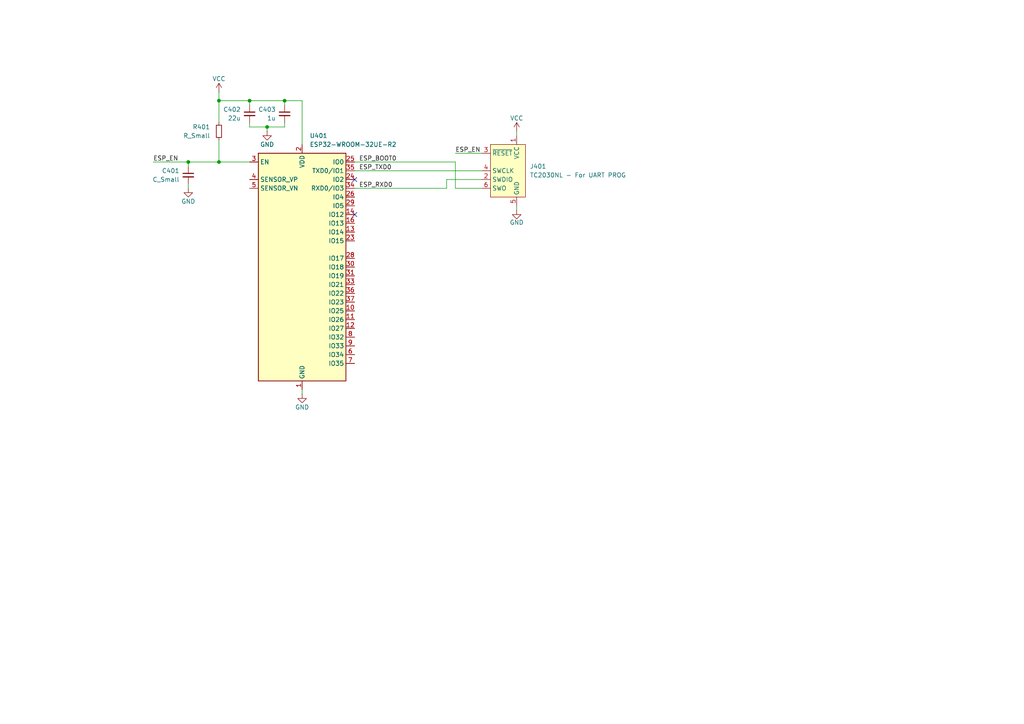
<source format=kicad_sch>
(kicad_sch (version 20231120) (generator "eeschema") (generator_version "8.0")
  (paper "A4")
  (lib_symbols
    (symbol "Connector:Conn_ARM_SWD_TagConnect_TC2030" (in_bom no)
      (property "Reference" "J" (at 2.54 11.43 0))
      (property "Value" "Conn_ARM_SWD_TagConnect_TC2030" (at 5.08 8.89 0))
      (symbol "Conn_ARM_SWD_TagConnect_TC2030_0_0"
        (pin power_in line (at -2.54 10.16 270) (length 2.54) (name "VCC") (number "1"))
        (pin bidirectional line (at 7.62 -2.54 180) (length 2.54) (name "SWDIO") (number "2"))
        (pin open_collector line (at 7.62 5.08 180) (length 2.54) (name "~{RESET}") (number "3"))
        (pin output line (at 7.62 0 180) (length 2.54) (name "SWCLK") (number "4"))
        (pin power_in line (at -2.54 -10.16 90) (length 2.54) (name "GND") (number "5"))
        (pin input line (at 7.62 -5.08 180) (length 2.54) (name "SWO") (number "6"))
      )
      (symbol "Conn_ARM_SWD_TagConnect_TC2030_0_1"
        (rectangle (start -5.08 7.62) (end 5.08 -7.62) (fill (type background)))
      )
    )
    (symbol "Device:C_Small" (pin_numbers hide) (pin_names (offset 0.254) hide)
      (property "Reference" "C" (at 0.254 1.778 0))
      (property "Value" "C_Small" (at 0.254 -2.032 0))
      (symbol "C_Small_0_1"
        (polyline (pts (xy -1.524 -0.508) (xy 1.524 -0.508)) (stroke (width 0.3302)))
        (polyline (pts (xy -1.524 0.508) (xy 1.524 0.508)) (stroke (width 0.3048)))
      )
      (symbol "C_Small_1_1"
        (pin passive line (at 0 2.54 270) (length 2.032) (name "~") (number "1"))
        (pin passive line (at 0 -2.54 90) (length 2.032) (name "~") (number "2"))
      )
    )
    (symbol "Device:R_Small" (pin_numbers hide) (pin_names (offset 0.254) hide)
      (property "Reference" "R" (at 0.762 0.508 0))
      (property "Value" "R_Small" (at 0.762 -1.016 0))
      (symbol "R_Small_0_1"
        (rectangle (start -0.762 1.778) (end 0.762 -1.778) (stroke (width 0.2032)))
      )
      (symbol "R_Small_1_1"
        (pin passive line (at 0 2.54 270) (length 0.762) (name "~") (number "1"))
        (pin passive line (at 0 -2.54 90) (length 0.762) (name "~") (number "2"))
      )
    )
    (symbol "RF_Module:ESP32-WROOM-32UE-R2"
      (property "Reference" "U" (at -12.7 34.29 0))
      (property "Value" "ESP32-WROOM-32UE-R2" (at 1.27 34.29 0))
      (symbol "ESP32-WROOM-32UE-R2_0_1"
        (rectangle (start -12.7 33.02) (end 12.7 -33.02) (stroke (width 0.254)) (fill (type background)))
      )
      (symbol "ESP32-WROOM-32UE-R2_1_1"
        (pin power_in line (at 0 -35.56 90) (length 2.54) (name "GND") (number "1"))
        (pin bidirectional line (at 15.24 -12.7 180) (length 2.54) (name "IO25") (number "10"))
        (pin bidirectional line (at 15.24 -15.24 180) (length 2.54) (name "IO26") (number "11"))
        (pin bidirectional line (at 15.24 -17.78 180) (length 2.54) (name "IO27") (number "12"))
        (pin bidirectional line (at 15.24 10.16 180) (length 2.54) (name "IO14") (number "13"))
        (pin bidirectional line (at 15.24 15.24 180) (length 2.54) (name "IO12") (number "14"))
        (pin passive line (at 0 -35.56 90) (length 2.54) hide (name "GND") (number "15"))
        (pin bidirectional line (at 15.24 12.7 180) (length 2.54) (name "IO13") (number "16"))
        (pin no_connect line (at -12.7 -5.08 0) (length 2.54) hide (name "NC") (number "17"))
        (pin no_connect line (at -12.7 -7.62 0) (length 2.54) hide (name "NC") (number "18"))
        (pin no_connect line (at -12.7 -12.7 0) (length 2.54) hide (name "NC") (number "19"))
        (pin power_in line (at 0 35.56 270) (length 2.54) (name "VDD") (number "2"))
        (pin no_connect line (at -12.7 -10.16 0) (length 2.54) hide (name "NC") (number "20"))
        (pin no_connect line (at -12.7 0 0) (length 2.54) hide (name "NC") (number "21"))
        (pin no_connect line (at -12.7 -2.54 0) (length 2.54) hide (name "NC") (number "22"))
        (pin bidirectional line (at 15.24 7.62 180) (length 2.54) (name "IO15") (number "23"))
        (pin bidirectional line (at 15.24 25.4 180) (length 2.54) (name "IO2") (number "24"))
        (pin bidirectional line (at 15.24 30.48 180) (length 2.54) (name "IO0") (number "25"))
        (pin bidirectional line (at 15.24 20.32 180) (length 2.54) (name "IO4") (number "26"))
        (pin no_connect line (at 12.7 5.08 180) (length 2.54) hide (name "NC") (number "27"))
        (pin bidirectional line (at 15.24 2.54 180) (length 2.54) (name "IO17") (number "28"))
        (pin bidirectional line (at 15.24 17.78 180) (length 2.54) (name "IO5") (number "29"))
        (pin input line (at -15.24 30.48 0) (length 2.54) (name "EN") (number "3"))
        (pin bidirectional line (at 15.24 0 180) (length 2.54) (name "IO18") (number "30"))
        (pin bidirectional line (at 15.24 -2.54 180) (length 2.54) (name "IO19") (number "31"))
        (pin no_connect line (at -12.7 -27.94 0) (length 2.54) hide (name "NC") (number "32"))
        (pin bidirectional line (at 15.24 -5.08 180) (length 2.54) (name "IO21") (number "33"))
        (pin bidirectional line (at 15.24 22.86 180) (length 2.54) (name "RXD0/IO3") (number "34"))
        (pin bidirectional line (at 15.24 27.94 180) (length 2.54) (name "TXD0/IO1") (number "35"))
        (pin bidirectional line (at 15.24 -7.62 180) (length 2.54) (name "IO22") (number "36"))
        (pin bidirectional line (at 15.24 -10.16 180) (length 2.54) (name "IO23") (number "37"))
        (pin passive line (at 0 -35.56 90) (length 2.54) hide (name "GND") (number "38"))
        (pin passive line (at 0 -35.56 90) (length 2.54) hide (name "GND") (number "39"))
        (pin input line (at -15.24 25.4 0) (length 2.54) (name "SENSOR_VP") (number "4"))
        (pin input line (at -15.24 22.86 0) (length 2.54) (name "SENSOR_VN") (number "5"))
        (pin input line (at 15.24 -25.4 180) (length 2.54) (name "IO34") (number "6"))
        (pin input line (at 15.24 -27.94 180) (length 2.54) (name "IO35") (number "7"))
        (pin bidirectional line (at 15.24 -20.32 180) (length 2.54) (name "IO32") (number "8"))
        (pin bidirectional line (at 15.24 -22.86 180) (length 2.54) (name "IO33") (number "9"))
      )
    )
    (symbol "power:GND" (power) (pin_numbers hide) (pin_names (offset 0) hide)
      (property "Value" "GND" (at 0 -3.81 0))
      (symbol "GND_0_1"
        (polyline (pts (xy 0 0) (xy 0 -1.27) (xy 1.27 -1.27) (xy 0 -2.54) (xy -1.27 -1.27) (xy 0 -1.27)))
      )
      (symbol "GND_1_1"
        (pin power_in line (at 0 0 270) (length 0) (name "~") (number "1"))
      )
    )
    (symbol "power:VCC" (power) (pin_numbers hide) (pin_names (offset 0) hide)
      (property "Value" "VCC" (at 0 3.556 0))
      (symbol "VCC_0_1"
        (polyline (pts (xy -0.762 1.27) (xy 0 2.54)))
        (polyline (pts (xy 0 0) (xy 0 2.54)))
        (polyline (pts (xy 0 2.54) (xy 0.762 1.27)))
      )
      (symbol "VCC_1_1"
        (pin power_in line (at 0 0 90) (length 0) (name "~") (number "1"))
      )
    )
  )
  (junction (at 77.47 36.83))
  (junction (at 72.39 29.21))
  (junction (at 54.61 46.99))
  (junction (at 82.55 29.21))
  (junction (at 63.5 29.21))
  (junction (at 63.5 46.99))
  (no_connect (at 102.87 62.23))
  (no_connect (at 102.87 52.07))
  (wire (pts (xy 77.47 36.83) (xy 82.55 36.83)))
  (wire (pts (xy 72.39 35.56) (xy 72.39 36.83)))
  (wire (pts (xy 63.5 40.64) (xy 63.5 46.99)))
  (wire (pts (xy 129.54 54.61) (xy 129.54 52.07)))
  (wire (pts (xy 149.86 38.1) (xy 149.86 39.37)))
  (wire (pts (xy 82.55 29.21) (xy 87.63 29.21)))
  (wire (pts (xy 63.5 46.99) (xy 54.61 46.99)))
  (wire (pts (xy 82.55 36.83) (xy 82.55 35.56)))
  (wire (pts (xy 63.5 46.99) (xy 72.39 46.99)))
  (wire (pts (xy 72.39 29.21) (xy 72.39 30.48)))
  (wire (pts (xy 54.61 53.34) (xy 54.61 54.61)))
  (wire (pts (xy 63.5 29.21) (xy 72.39 29.21)))
  (wire (pts (xy 87.63 29.21) (xy 87.63 41.91)))
  (wire (pts (xy 77.47 36.83) (xy 77.47 38.1)))
  (wire (pts (xy 102.87 54.61) (xy 129.54 54.61)))
  (wire (pts (xy 63.5 29.21) (xy 63.5 35.56)))
  (wire (pts (xy 63.5 26.67) (xy 63.5 29.21)))
  (wire (pts (xy 132.08 44.45) (xy 139.7 44.45)))
  (wire (pts (xy 87.63 113.03) (xy 87.63 114.3)))
  (wire (pts (xy 102.87 49.53) (xy 139.7 49.53)))
  (wire (pts (xy 132.08 54.61) (xy 139.7 54.61)))
  (wire (pts (xy 149.86 60.96) (xy 149.86 59.69)))
  (wire (pts (xy 54.61 46.99) (xy 54.61 48.26)))
  (wire (pts (xy 129.54 52.07) (xy 139.7 52.07)))
  (wire (pts (xy 44.45 46.99) (xy 54.61 46.99)))
  (wire (pts (xy 102.87 46.99) (xy 132.08 46.99)))
  (wire (pts (xy 132.08 46.99) (xy 132.08 54.61)))
  (wire (pts (xy 82.55 29.21) (xy 82.55 30.48)))
  (wire (pts (xy 72.39 29.21) (xy 82.55 29.21)))
  (wire (pts (xy 72.39 36.83) (xy 77.47 36.83)))
  (label "ESP_EN" (at 44.45 46.99 0))
  (label "ESP_BOOT0" (at 104.14 46.99 0))
  (label "ESP_TXD0" (at 104.14 49.53 0))
  (label "ESP_EN" (at 132.08 44.45 0))
  (label "ESP_RXD0" (at 104.14 54.61 0))
  (symbol (lib_id "Device:C_Small") (at 82.55 33.02 0) (mirror y) (unit 1)
    (property "Reference" "C403" (at 80.01 31.7562 0) (effects (justify left)))
    (property "Value" "1u" (at 80.01 34.2962 0) (effects (justify left)))
    (property "Description" "Unpolarized capacitor, small symbol" (effects (hide yes)))
  )
  (symbol (lib_id "power:GND") (at 149.86 60.96 0) (unit 1)
    (property "Reference" "#PWR0402" (effects (hide yes)))
    (property "Value" "GND" (at 149.86 64.516 0))
    (property "Description" "Power symbol creates a global label with name \"GND\" , ground" (effects (hide yes)))
  )
  (symbol (lib_id "power:GND") (at 77.47 38.1 0) (unit 1)
    (property "Reference" "#PWR0405" (effects (hide yes)))
    (property "Value" "GND" (at 77.47 41.91 0))
    (property "Description" "Power symbol creates a global label with name \"GND\" , ground" (effects (hide yes)))
  )
  (symbol (lib_id "Device:R_Small") (at 63.5 38.1 0) (mirror y) (unit 1)
    (property "Reference" "R401" (at 60.96 36.8299 0) (effects (justify left)))
    (property "Value" "R_Small" (at 60.96 39.3699 0) (effects (justify left)))
    (property "Description" "Resistor, small symbol" (effects (hide yes)))
  )
  (symbol (lib_id "power:GND") (at 54.61 54.61 0) (unit 1)
    (property "Reference" "#PWR0404" (effects (hide yes)))
    (property "Value" "GND" (at 54.61 58.42 0))
    (property "Description" "Power symbol creates a global label with name \"GND\" , ground" (effects (hide yes)))
  )
  (symbol (lib_id "power:VCC") (at 149.86 38.1 0) (unit 1)
    (property "Reference" "#PWR0401" (effects (hide yes)))
    (property "Value" "VCC" (at 149.86 34.29 0))
    (property "Description" "Power symbol creates a global label with name \"VCC\"" (effects (hide yes)))
  )
  (symbol (lib_id "power:VCC") (at 63.5 26.67 0) (unit 1)
    (property "Reference" "#PWR0403" (effects (hide yes)))
    (property "Value" "VCC" (at 63.5 22.86 0))
    (property "Description" "Power symbol creates a global label with name \"VCC\"" (effects (hide yes)))
  )
  (symbol (lib_id "Device:C_Small") (at 72.39 33.02 0) (mirror y) (unit 1)
    (property "Reference" "C402" (at 69.85 31.7562 0) (effects (justify left)))
    (property "Value" "22u" (at 69.85 34.2962 0) (effects (justify left)))
    (property "Description" "Unpolarized capacitor, small symbol" (effects (hide yes)))
  )
  (symbol (lib_id "Connector:Conn_ARM_SWD_TagConnect_TC2030") (at 147.32 49.53 0) (mirror y) (unit 1) (in_bom no)
    (property "Reference" "J401" (at 153.67 48.2599 0) (effects (justify right)))
    (property "Value" "TC2030NL - For UART PROG" (at 153.67 50.7999 0) (effects (justify right)))
    (property "Footprint" "Connector:Tag-Connect_TC2030-IDC-FP_2x03_P1.27mm_Vertical" (effects (hide yes)))
    (property "Datasheet" "https://www.tag-connect.com/wp-content/uploads/bsk-pdf-manager/TC2030-CTX_1.pdf" (effects (hide yes)))
    (property "Description" "Tag-Connect ARM Cortex SWD JTAG connector, 6 pin" (effects (hide yes)))
  )
  (symbol (lib_id "RF_Module:ESP32-WROOM-32UE-R2") (at 87.63 77.47 0) (unit 1)
    (property "Reference" "U401" (at 89.8241 39.37 0) (effects (justify left)))
    (property "Value" "ESP32-WROOM-32UE-R2" (at 89.8241 41.91 0) (effects (justify left)))
    (property "Footprint" "RF_Module:ESP32-WROOM-32UE" (effects (hide yes)))
    (property "Datasheet" "https://www.espressif.com/sites/default/files/documentation/esp32-wroom-32e_esp32-wroom-32ue_datasheet_en.pdf" (effects (hide yes)))
    (property "Description" "RF Module, ESP32-D0WDR2-V3 SoC, with 2MB PSRAM, Wi-Fi 802.11b/g/n, Bluetooth, BLE, 32-bit, 2.7-3.6V, onboard antenna, SMD" (effects (hide yes)))
  )
  (symbol (lib_id "power:GND") (at 87.63 114.3 0) (unit 1)
    (property "Reference" "#PWR0406" (effects (hide yes)))
    (property "Value" "GND" (at 87.63 118.11 0))
    (property "Description" "Power symbol creates a global label with name \"GND\" , ground" (effects (hide yes)))
  )
  (symbol (lib_id "Device:C_Small") (at 54.61 50.8 0) (mirror y) (unit 1)
    (property "Reference" "C401" (at 52.07 49.5362 0) (effects (justify left)))
    (property "Value" "C_Small" (at 52.07 52.0762 0) (effects (justify left)))
    (property "Description" "Unpolarized capacitor, small symbol" (effects (hide yes)))
  )
)
</source>
